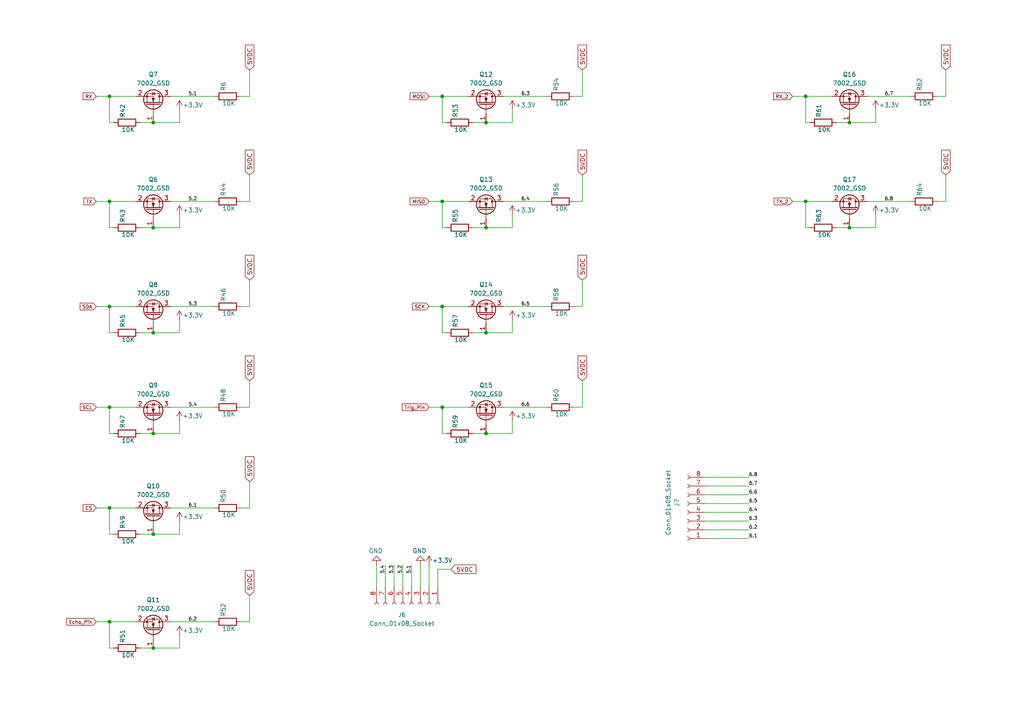
<source format=kicad_sch>
(kicad_sch (version 20250114) (generator "eeschema") (generator_version "9.0")
  (paper "A4")
  (lib_symbols
    (symbol "Connector:Conn_01x08_Socket" (pin_names (offset 1.016) (hide yes))
      (property "Reference" "J" (at 0 10.16 0))
      (property "Value" "Conn_01x08_Socket" (at 0 -12.7 0))
      (symbol "Conn_01x08_Socket_1_1"
        (polyline (pts (xy -1.27 7.62) (xy -0.508 7.62)) (stroke (width 0.1524)))
        (polyline (pts (xy -1.27 5.08) (xy -0.508 5.08)) (stroke (width 0.1524)))
        (polyline (pts (xy -1.27 2.54) (xy -0.508 2.54)) (stroke (width 0.1524)))
        (polyline (pts (xy -1.27 0) (xy -0.508 0)) (stroke (width 0.1524)))
        (polyline (pts (xy -1.27 -2.54) (xy -0.508 -2.54)) (stroke (width 0.1524)))
        (polyline (pts (xy -1.27 -5.08) (xy -0.508 -5.08)) (stroke (width 0.1524)))
        (polyline (pts (xy -1.27 -7.62) (xy -0.508 -7.62)) (stroke (width 0.1524)))
        (polyline (pts (xy -1.27 -10.16) (xy -0.508 -10.16)) (stroke (width 0.1524)))
        (arc (start 0 7.112) (mid -0.5058 7.62) (end 0 8.128) (stroke (width 0.1524)))
        (arc (start 0 4.572) (mid -0.5058 5.08) (end 0 5.588) (stroke (width 0.1524)))
        (arc (start 0 2.032) (mid -0.5058 2.54) (end 0 3.048) (stroke (width 0.1524)))
        (arc (start 0 -0.508) (mid -0.5058 0) (end 0 0.508) (stroke (width 0.1524)))
        (arc (start 0 -3.048) (mid -0.5058 -2.54) (end 0 -2.032) (stroke (width 0.1524)))
        (arc (start 0 -5.588) (mid -0.5058 -5.08) (end 0 -4.572) (stroke (width 0.1524)))
        (arc (start 0 -8.128) (mid -0.5058 -7.62) (end 0 -7.112) (stroke (width 0.1524)))
        (arc (start 0 -10.668) (mid -0.5058 -10.16) (end 0 -9.652) (stroke (width 0.1524)))
        (pin passive line (at -5.08 7.62 0) (length 3.81) (name "Pin_1") (number "1"))
        (pin passive line (at -5.08 5.08 0) (length 3.81) (name "Pin_2") (number "2"))
        (pin passive line (at -5.08 2.54 0) (length 3.81) (name "Pin_3") (number "3"))
        (pin passive line (at -5.08 0 0) (length 3.81) (name "Pin_4") (number "4"))
        (pin passive line (at -5.08 -2.54 0) (length 3.81) (name "Pin_5") (number "5"))
        (pin passive line (at -5.08 -5.08 0) (length 3.81) (name "Pin_6") (number "6"))
        (pin passive line (at -5.08 -7.62 0) (length 3.81) (name "Pin_7") (number "7"))
        (pin passive line (at -5.08 -10.16 0) (length 3.81) (name "Pin_8") (number "8"))
      )
    )
    (symbol "Device:R" (pin_numbers (hide yes)) (pin_names (offset 0))
      (property "Reference" "R" (at 2.032 0 90))
      (property "Value" "R" (at 0 0 90))
      (symbol "R_0_1"
        (rectangle (start -1.016 -2.54) (end 1.016 2.54) (stroke (width 0.254)))
      )
      (symbol "R_1_1"
        (pin passive line (at 0 3.81 270) (length 1.27) (name "~") (number "1"))
        (pin passive line (at 0 -3.81 90) (length 1.27) (name "~") (number "2"))
      )
    )
    (symbol "Transistor_FET_Other:Q_NMOS_Depletion_GSD" (pin_names (offset 0) (hide yes))
      (property "Reference" "Q" (at 5.08 1.905 0))
      (property "Value" "Q_NMOS_Depletion_GSD" (at 5.08 0 0))
      (symbol "Q_NMOS_Depletion_GSD_0_1"
        (polyline (pts (xy 0.254 1.905) (xy 0.254 -1.905)) (stroke (width 0.254)))
        (polyline (pts (xy 0.254 0) (xy -2.54 0)))
        (polyline (pts (xy 0.762 2.286) (xy 0.762 -2.286)) (stroke (width 0.254)))
        (polyline (pts (xy 0.762 -1.778) (xy 3.302 -1.778) (xy 3.302 1.778) (xy 0.762 1.778)))
        (polyline (pts (xy 1.016 0) (xy 2.032 0.381) (xy 2.032 -0.381) (xy 1.016 0)) (fill (type outline)))
        (circle (center 1.651 0) (radius 2.794) (stroke (width 0.254)))
        (polyline (pts (xy 2.54 2.54) (xy 2.54 1.778)))
        (circle (center 2.54 1.778) (radius 0.254) (fill (type outline)))
        (circle (center 2.54 -1.778) (radius 0.254) (fill (type outline)))
        (polyline (pts (xy 2.54 -2.54) (xy 2.54 0) (xy 0.762 0)))
        (polyline (pts (xy 2.794 0.508) (xy 2.921 0.381) (xy 3.683 0.381) (xy 3.81 0.254)))
        (polyline (pts (xy 3.302 0.381) (xy 2.921 -0.254) (xy 3.683 -0.254) (xy 3.302 0.381)))
      )
      (symbol "Q_NMOS_Depletion_GSD_1_1"
        (pin input line (at -5.08 0 0) (length 2.54) (name "G") (number "1"))
        (pin passive line (at 2.54 5.08 270) (length 2.54) (name "D") (number "3"))
        (pin passive line (at 2.54 -5.08 90) (length 2.54) (name "S") (number "2"))
      )
    )
    (symbol "power:+3.3V" (power) (pin_numbers (hide yes)) (pin_names (offset 0) (hide yes))
      (property "Value" "+3.3V" (at 0 3.556 0))
      (symbol "+3.3V_0_1"
        (polyline (pts (xy -0.762 1.27) (xy 0 2.54)))
        (polyline (pts (xy 0 2.54) (xy 0.762 1.27)))
        (polyline (pts (xy 0 0) (xy 0 2.54)))
      )
      (symbol "+3.3V_1_1"
        (pin power_in line (at 0 0 90) (length 0) (name "~") (number "1"))
      )
    )
    (symbol "power:GND" (power) (pin_numbers (hide yes)) (pin_names (offset 0) (hide yes))
      (property "Value" "GND" (at 0 -3.81 0))
      (symbol "GND_0_1"
        (polyline (pts (xy 0 0) (xy 0 -1.27) (xy 1.27 -1.27) (xy 0 -2.54) (xy -1.27 -1.27) (xy 0 -1.27)))
      )
      (symbol "GND_1_1"
        (pin power_in line (at 0 0 270) (length 0) (name "~") (number "1"))
      )
    )
  )
  (junction (at 44.45 66.04))
  (junction (at 44.45 35.56))
  (junction (at 44.45 125.73))
  (junction (at 140.97 125.73))
  (junction (at 246.38 35.56))
  (junction (at 31.75 88.9))
  (junction (at 233.68 58.42))
  (junction (at 31.75 180.34))
  (junction (at 128.27 88.9))
  (junction (at 44.45 154.94))
  (junction (at 246.38 66.04))
  (junction (at 44.45 96.52))
  (junction (at 44.45 187.96))
  (junction (at 128.27 118.11))
  (junction (at 140.97 66.04))
  (junction (at 128.27 27.94))
  (junction (at 31.75 58.42))
  (junction (at 140.97 96.52))
  (junction (at 31.75 118.11))
  (junction (at 140.97 35.56))
  (junction (at 233.68 27.94))
  (junction (at 128.27 58.42))
  (junction (at 31.75 27.94))
  (junction (at 31.75 147.32))
  (wire (pts (xy 33.02 125.73) (xy 31.75 125.73)))
  (wire (pts (xy 128.27 66.04) (xy 128.27 58.42)))
  (wire (pts (xy 119.38 163.83) (xy 119.38 170.18)))
  (wire (pts (xy 146.05 27.94) (xy 158.75 27.94)))
  (wire (pts (xy 40.64 187.96) (xy 44.45 187.96)))
  (wire (pts (xy 31.75 125.73) (xy 31.75 118.11)))
  (wire (pts (xy 52.07 31.75) (xy 52.07 35.56)))
  (wire (pts (xy 137.16 35.56) (xy 140.97 35.56)))
  (wire (pts (xy 128.27 118.11) (xy 135.89 118.11)))
  (wire (pts (xy 72.39 180.34) (xy 69.85 180.34)))
  (wire (pts (xy 204.47 151.13) (xy 217.17 151.13)))
  (wire (pts (xy 146.05 88.9) (xy 158.75 88.9)))
  (wire (pts (xy 251.46 58.42) (xy 264.16 58.42)))
  (wire (pts (xy 40.64 66.04) (xy 44.45 66.04)))
  (wire (pts (xy 72.39 20.32) (xy 72.39 27.94)))
  (wire (pts (xy 148.59 121.92) (xy 148.59 125.73)))
  (wire (pts (xy 233.68 58.42) (xy 241.3 58.42)))
  (wire (pts (xy 124.46 58.42) (xy 128.27 58.42)))
  (wire (pts (xy 31.75 58.42) (xy 39.37 58.42)))
  (wire (pts (xy 31.75 88.9) (xy 39.37 88.9)))
  (wire (pts (xy 52.07 154.94) (xy 44.45 154.94)))
  (wire (pts (xy 27.94 180.34) (xy 31.75 180.34)))
  (wire (pts (xy 121.92 163.83) (xy 121.92 170.18)))
  (wire (pts (xy 31.75 147.32) (xy 39.37 147.32)))
  (wire (pts (xy 146.05 118.11) (xy 158.75 118.11)))
  (wire (pts (xy 27.94 118.11) (xy 31.75 118.11)))
  (wire (pts (xy 49.53 180.34) (xy 62.23 180.34)))
  (wire (pts (xy 128.27 125.73) (xy 128.27 118.11)))
  (wire (pts (xy 129.54 125.73) (xy 128.27 125.73)))
  (wire (pts (xy 204.47 138.43) (xy 217.17 138.43)))
  (wire (pts (xy 251.46 27.94) (xy 264.16 27.94)))
  (wire (pts (xy 72.39 27.94) (xy 69.85 27.94)))
  (wire (pts (xy 31.75 66.04) (xy 31.75 58.42)))
  (wire (pts (xy 234.95 66.04) (xy 233.68 66.04)))
  (wire (pts (xy 148.59 92.71) (xy 148.59 96.52)))
  (wire (pts (xy 33.02 187.96) (xy 31.75 187.96)))
  (wire (pts (xy 204.47 148.59) (xy 217.17 148.59)))
  (wire (pts (xy 168.91 58.42) (xy 166.37 58.42)))
  (wire (pts (xy 148.59 62.23) (xy 148.59 66.04)))
  (wire (pts (xy 31.75 154.94) (xy 31.75 147.32)))
  (wire (pts (xy 27.94 58.42) (xy 31.75 58.42)))
  (wire (pts (xy 128.27 58.42) (xy 135.89 58.42)))
  (wire (pts (xy 31.75 118.11) (xy 39.37 118.11)))
  (wire (pts (xy 254 35.56) (xy 246.38 35.56)))
  (wire (pts (xy 229.87 58.42) (xy 233.68 58.42)))
  (wire (pts (xy 234.95 35.56) (xy 233.68 35.56)))
  (wire (pts (xy 229.87 27.94) (xy 233.68 27.94)))
  (wire (pts (xy 49.53 118.11) (xy 62.23 118.11)))
  (wire (pts (xy 52.07 121.92) (xy 52.07 125.73)))
  (wire (pts (xy 124.46 163.83) (xy 124.46 170.18)))
  (wire (pts (xy 27.94 147.32) (xy 31.75 147.32)))
  (wire (pts (xy 49.53 27.94) (xy 62.23 27.94)))
  (wire (pts (xy 72.39 139.7) (xy 72.39 147.32)))
  (wire (pts (xy 274.32 50.8) (xy 274.32 58.42)))
  (wire (pts (xy 168.91 110.49) (xy 168.91 118.11)))
  (wire (pts (xy 204.47 156.21) (xy 217.17 156.21)))
  (wire (pts (xy 49.53 58.42) (xy 62.23 58.42)))
  (wire (pts (xy 128.27 35.56) (xy 128.27 27.94)))
  (wire (pts (xy 116.84 163.83) (xy 116.84 170.18)))
  (wire (pts (xy 137.16 125.73) (xy 140.97 125.73)))
  (wire (pts (xy 40.64 35.56) (xy 44.45 35.56)))
  (wire (pts (xy 72.39 50.8) (xy 72.39 58.42)))
  (wire (pts (xy 31.75 35.56) (xy 31.75 27.94)))
  (wire (pts (xy 254 31.75) (xy 254 35.56)))
  (wire (pts (xy 168.91 20.32) (xy 168.91 27.94)))
  (wire (pts (xy 52.07 92.71) (xy 52.07 96.52)))
  (wire (pts (xy 27.94 88.9) (xy 31.75 88.9)))
  (wire (pts (xy 148.59 35.56) (xy 140.97 35.56)))
  (wire (pts (xy 146.05 58.42) (xy 158.75 58.42)))
  (wire (pts (xy 128.27 96.52) (xy 128.27 88.9)))
  (wire (pts (xy 204.47 143.51) (xy 217.17 143.51)))
  (wire (pts (xy 148.59 96.52) (xy 140.97 96.52)))
  (wire (pts (xy 72.39 88.9) (xy 69.85 88.9)))
  (wire (pts (xy 33.02 35.56) (xy 31.75 35.56)))
  (wire (pts (xy 40.64 125.73) (xy 44.45 125.73)))
  (wire (pts (xy 72.39 58.42) (xy 69.85 58.42)))
  (wire (pts (xy 254 62.23) (xy 254 66.04)))
  (wire (pts (xy 204.47 146.05) (xy 217.17 146.05)))
  (wire (pts (xy 72.39 118.11) (xy 69.85 118.11)))
  (wire (pts (xy 33.02 96.52) (xy 31.75 96.52)))
  (wire (pts (xy 52.07 184.15) (xy 52.07 187.96)))
  (wire (pts (xy 33.02 154.94) (xy 31.75 154.94)))
  (wire (pts (xy 168.91 50.8) (xy 168.91 58.42)))
  (wire (pts (xy 31.75 27.94) (xy 39.37 27.94)))
  (wire (pts (xy 72.39 172.72) (xy 72.39 180.34)))
  (wire (pts (xy 31.75 180.34) (xy 39.37 180.34)))
  (wire (pts (xy 40.64 96.52) (xy 44.45 96.52)))
  (wire (pts (xy 72.39 81.28) (xy 72.39 88.9)))
  (wire (pts (xy 111.76 163.83) (xy 111.76 170.18)))
  (wire (pts (xy 168.91 88.9) (xy 166.37 88.9)))
  (wire (pts (xy 148.59 31.75) (xy 148.59 35.56)))
  (wire (pts (xy 168.91 118.11) (xy 166.37 118.11)))
  (wire (pts (xy 254 66.04) (xy 246.38 66.04)))
  (wire (pts (xy 124.46 118.11) (xy 128.27 118.11)))
  (wire (pts (xy 49.53 88.9) (xy 62.23 88.9)))
  (wire (pts (xy 274.32 58.42) (xy 271.78 58.42)))
  (wire (pts (xy 124.46 27.94) (xy 128.27 27.94)))
  (wire (pts (xy 168.91 81.28) (xy 168.91 88.9)))
  (wire (pts (xy 242.57 66.04) (xy 246.38 66.04)))
  (wire (pts (xy 129.54 96.52) (xy 128.27 96.52)))
  (wire (pts (xy 31.75 96.52) (xy 31.75 88.9)))
  (wire (pts (xy 52.07 187.96) (xy 44.45 187.96)))
  (wire (pts (xy 274.32 27.94) (xy 271.78 27.94)))
  (wire (pts (xy 204.47 153.67) (xy 217.17 153.67)))
  (wire (pts (xy 72.39 147.32) (xy 69.85 147.32)))
  (wire (pts (xy 130.81 165.1) (xy 127 165.1)))
  (wire (pts (xy 124.46 88.9) (xy 128.27 88.9)))
  (wire (pts (xy 52.07 62.23) (xy 52.07 66.04)))
  (wire (pts (xy 168.91 27.94) (xy 166.37 27.94)))
  (wire (pts (xy 128.27 27.94) (xy 135.89 27.94)))
  (wire (pts (xy 52.07 96.52) (xy 44.45 96.52)))
  (wire (pts (xy 148.59 125.73) (xy 140.97 125.73)))
  (wire (pts (xy 52.07 66.04) (xy 44.45 66.04)))
  (wire (pts (xy 52.07 151.13) (xy 52.07 154.94)))
  (wire (pts (xy 127 165.1) (xy 127 170.18)))
  (wire (pts (xy 233.68 66.04) (xy 233.68 58.42)))
  (wire (pts (xy 129.54 66.04) (xy 128.27 66.04)))
  (wire (pts (xy 128.27 88.9) (xy 135.89 88.9)))
  (wire (pts (xy 233.68 27.94) (xy 241.3 27.94)))
  (wire (pts (xy 31.75 187.96) (xy 31.75 180.34)))
  (wire (pts (xy 27.94 27.94) (xy 31.75 27.94)))
  (wire (pts (xy 233.68 35.56) (xy 233.68 27.94)))
  (wire (pts (xy 148.59 66.04) (xy 140.97 66.04)))
  (wire (pts (xy 137.16 66.04) (xy 140.97 66.04)))
  (wire (pts (xy 129.54 35.56) (xy 128.27 35.56)))
  (wire (pts (xy 52.07 35.56) (xy 44.45 35.56)))
  (wire (pts (xy 274.32 20.32) (xy 274.32 27.94)))
  (wire (pts (xy 114.3 163.83) (xy 114.3 170.18)))
  (wire (pts (xy 137.16 96.52) (xy 140.97 96.52)))
  (wire (pts (xy 52.07 125.73) (xy 44.45 125.73)))
  (wire (pts (xy 40.64 154.94) (xy 44.45 154.94)))
  (wire (pts (xy 72.39 110.49) (xy 72.39 118.11)))
  (wire (pts (xy 109.22 163.83) (xy 109.22 170.18)))
  (wire (pts (xy 242.57 35.56) (xy 246.38 35.56)))
  (wire (pts (xy 33.02 66.04) (xy 31.75 66.04)))
  (wire (pts (xy 49.53 147.32) (xy 62.23 147.32)))
  (wire (pts (xy 204.47 140.97) (xy 217.17 140.97)))
  (label "6.8" (at 217.17 138.43 0) (effects (font (size 1 1))))
  (label "6.6" (at 217.17 143.51 0) (effects (font (size 1 1))))
  (label "6.1" (at 217.17 156.21 0) (effects (font (size 1 1))))
  (label "5.3" (at 54.61 88.9 0) (effects (font (size 1 1))))
  (label "6.4" (at 217.17 148.59 0) (effects (font (size 1 1))))
  (label "5.4" (at 54.61 118.11 0) (effects (font (size 1 1))))
  (label "6.4" (at 151.13 58.42 0) (effects (font (size 1 1))))
  (label "6.8" (at 256.54 58.42 0) (effects (font (size 1 1))))
  (label "6.3" (at 151.13 27.94 0) (effects (font (size 1 1))))
  (label "6.7" (at 256.54 27.94 0) (effects (font (size 1 1))))
  (label "6.2" (at 217.17 153.67 0) (effects (font (size 1 1))))
  (label "5.2" (at 116.84 163.83 270) (effects (font (size 1 1))))
  (label "5.3" (at 114.3 163.83 270) (effects (font (size 1 1))))
  (label "6.7" (at 217.17 140.97 0) (effects (font (size 1 1))))
  (label "5.4" (at 111.76 163.83 270) (effects (font (size 1 1))))
  (label "5.1" (at 119.38 163.83 270) (effects (font (size 1 1))))
  (label "6.1" (at 54.61 147.32 0) (effects (font (size 1 1))))
  (label "5.1" (at 54.61 27.94 0) (effects (font (size 1 1))))
  (label "5.2" (at 54.61 58.42 0) (effects (font (size 1 1))))
  (label "6.2" (at 54.61 180.34 0) (effects (font (size 1 1))))
  (label "6.5" (at 151.13 88.9 0) (effects (font (size 1 1))))
  (label "6.6" (at 151.13 118.11 0) (effects (font (size 1 1))))
  (label "6.3" (at 217.17 151.13 0) (effects (font (size 1 1))))
  (label "6.5" (at 217.17 146.05 0) (effects (font (size 1 1))))
  (global_label "TX" (shape input) (at 27.94 58.42 180) (effects (font (size 1 1))) (property "Intersheetrefs" "${INTERSHEET_REFS}" (effects (hide yes))))
  (global_label "5VDC" (shape input) (at 168.91 110.49 90) (property "Intersheetrefs" "${INTERSHEET_REFS}" (effects (hide yes))))
  (global_label "SDA" (shape input) (at 27.94 88.9 180) (effects (font (size 1 1))) (property "Intersheetrefs" "${INTERSHEET_REFS}" (effects (hide yes))))
  (global_label "Trig_Pin" (shape input) (at 124.46 118.11 180) (effects (font (size 1 1))) (property "Intersheetrefs" "${INTERSHEET_REFS}" (effects (hide yes))))
  (global_label "5VDC" (shape input) (at 72.39 139.7 90) (property "Intersheetrefs" "${INTERSHEET_REFS}" (effects (hide yes))))
  (global_label "TX_2" (shape input) (at 229.87 58.42 180) (effects (font (size 1 1))) (property "Intersheetrefs" "${INTERSHEET_REFS}" (effects (hide yes))))
  (global_label "5VDC" (shape input) (at 130.81 165.1 0) (property "Intersheetrefs" "${INTERSHEET_REFS}" (effects (hide yes))))
  (global_label "Echo_Pin" (shape input) (at 27.94 180.34 180) (effects (font (size 1 1))) (property "Intersheetrefs" "${INTERSHEET_REFS}" (effects (hide yes))))
  (global_label "MISO" (shape input) (at 124.46 58.42 180) (effects (font (size 1 1))) (property "Intersheetrefs" "${INTERSHEET_REFS}" (effects (hide yes))))
  (global_label "5VDC" (shape input) (at 72.39 172.72 90) (property "Intersheetrefs" "${INTERSHEET_REFS}" (effects (hide yes))))
  (global_label "5VDC" (shape input) (at 168.91 20.32 90) (property "Intersheetrefs" "${INTERSHEET_REFS}" (effects (hide yes))))
  (global_label "RX" (shape input) (at 27.94 27.94 180) (effects (font (size 1 1))) (property "Intersheetrefs" "${INTERSHEET_REFS}" (effects (hide yes))))
  (global_label "CS" (shape input) (at 27.94 147.32 180) (effects (font (size 1 1))) (property "Intersheetrefs" "${INTERSHEET_REFS}" (effects (hide yes))))
  (global_label "5VDC" (shape input) (at 274.32 50.8 90) (property "Intersheetrefs" "${INTERSHEET_REFS}" (effects (hide yes))))
  (global_label "5VDC" (shape input) (at 168.91 50.8 90) (property "Intersheetrefs" "${INTERSHEET_REFS}" (effects (hide yes))))
  (global_label "5VDC" (shape input) (at 72.39 110.49 90) (property "Intersheetrefs" "${INTERSHEET_REFS}" (effects (hide yes))))
  (global_label "5VDC" (shape input) (at 72.39 81.28 90) (property "Intersheetrefs" "${INTERSHEET_REFS}" (effects (hide yes))))
  (global_label "RX_2" (shape input) (at 229.87 27.94 180) (effects (font (size 1 1))) (property "Intersheetrefs" "${INTERSHEET_REFS}" (effects (hide yes))))
  (global_label "5VDC" (shape input) (at 168.91 81.28 90) (property "Intersheetrefs" "${INTERSHEET_REFS}" (effects (hide yes))))
  (global_label "SCK" (shape input) (at 124.46 88.9 180) (effects (font (size 1 1))) (property "Intersheetrefs" "${INTERSHEET_REFS}" (effects (hide yes))))
  (global_label "SCL" (shape input) (at 27.94 118.11 180) (effects (font (size 1 1))) (property "Intersheetrefs" "${INTERSHEET_REFS}" (effects (hide yes))))
  (global_label "5VDC" (shape input) (at 72.39 20.32 90) (property "Intersheetrefs" "${INTERSHEET_REFS}" (effects (hide yes))))
  (global_label "5VDC" (shape input) (at 72.39 50.8 90) (property "Intersheetrefs" "${INTERSHEET_REFS}" (effects (hide yes))))
  (global_label "5VDC" (shape input) (at 274.32 20.32 90) (property "Intersheetrefs" "${INTERSHEET_REFS}" (effects (hide yes))))
  (global_label "MOSI" (shape input) (at 124.46 27.94 180) (effects (font (size 1 1))) (property "Intersheetrefs" "${INTERSHEET_REFS}" (effects (hide yes))))
  (symbol (lib_id "Device:R") (at 66.04 88.9 90) (unit 1)
    (property "Reference" "R46" (at 64.77 87.376 0) (effects (justify left)))
    (property "Value" "10K" (at 68.326 90.932 90) (effects (justify left)))
    (property "Footprint" "Resistor_SMD:R_0603_1608Metric_Pad0.98x0.95mm_HandSolder" (effects (hide yes)))
    (property "Description" "Resistor" (effects (hide yes)))
  )
  (symbol (lib_id "power:+3.3V") (at 52.07 62.23 0) (unit 1)
    (property "Reference" "#PWR013" (effects (hide yes)))
    (property "Value" "+3.3V" (at 55.88 60.96 0))
    (property "Description" "Power symbol creates a global label with name \"+3.3V\"" (effects (hide yes)))
  )
  (symbol (lib_id "Device:R") (at 66.04 147.32 90) (unit 1)
    (property "Reference" "R50" (at 64.77 145.796 0) (effects (justify left)))
    (property "Value" "10K" (at 68.326 149.352 90) (effects (justify left)))
    (property "Footprint" "Resistor_SMD:R_0603_1608Metric_Pad0.98x0.95mm_HandSolder" (effects (hide yes)))
    (property "Description" "Resistor" (effects (hide yes)))
  )
  (symbol (lib_id "power:GND") (at 121.92 163.83 180) (unit 1)
    (property "Reference" "#PWR050" (effects (hide yes)))
    (property "Value" "GND" (at 121.666 159.766 0))
    (property "Description" "Power symbol creates a global label with name \"GND\" , ground" (effects (hide yes)))
  )
  (symbol (lib_id "Transistor_FET_Other:Q_NMOS_Depletion_GSD") (at 44.45 30.48 270) (mirror x) (unit 1)
    (property "Reference" "Q7" (at 44.45 21.59 90))
    (property "Value" "7002_GSD" (at 44.45 24.13 90))
    (property "Footprint" "Package_TO_SOT_SMD:SOT-23" (effects (hide yes)))
    (property "Description" "Depletion-mode N-channel MOSFET gate/source/drain" (effects (hide yes)))
  )
  (symbol (lib_id "Transistor_FET_Other:Q_NMOS_Depletion_GSD") (at 140.97 60.96 270) (mirror x) (unit 1)
    (property "Reference" "Q13" (at 140.97 52.07 90))
    (property "Value" "7002_GSD" (at 140.97 54.61 90))
    (property "Footprint" "Package_TO_SOT_SMD:SOT-23" (effects (hide yes)))
    (property "Description" "Depletion-mode N-channel MOSFET gate/source/drain" (effects (hide yes)))
  )
  (symbol (lib_id "power:+3.3V") (at 148.59 92.71 0) (unit 1)
    (property "Reference" "#PWR045" (effects (hide yes)))
    (property "Value" "+3.3V" (at 152.4 91.44 0))
    (property "Description" "Power symbol creates a global label with name \"+3.3V\"" (effects (hide yes)))
  )
  (symbol (lib_id "Device:R") (at 133.35 125.73 90) (unit 1)
    (property "Reference" "R59" (at 132.08 124.206 0) (effects (justify left)))
    (property "Value" "10K" (at 135.636 127.762 90) (effects (justify left)))
    (property "Footprint" "Resistor_SMD:R_0603_1608Metric_Pad0.98x0.95mm_HandSolder" (effects (hide yes)))
    (property "Description" "Resistor" (effects (hide yes)))
  )
  (symbol (lib_id "Transistor_FET_Other:Q_NMOS_Depletion_GSD") (at 44.45 91.44 270) (mirror x) (unit 1)
    (property "Reference" "Q8" (at 44.45 82.55 90))
    (property "Value" "7002_GSD" (at 44.45 85.09 90))
    (property "Footprint" "Package_TO_SOT_SMD:SOT-23" (effects (hide yes)))
    (property "Description" "Depletion-mode N-channel MOSFET gate/source/drain" (effects (hide yes)))
  )
  (symbol (lib_id "power:+3.3V") (at 52.07 151.13 0) (unit 1)
    (property "Reference" "#PWR041" (effects (hide yes)))
    (property "Value" "+3.3V" (at 55.88 149.86 0))
    (property "Description" "Power symbol creates a global label with name \"+3.3V\"" (effects (hide yes)))
  )
  (symbol (lib_id "power:+3.3V") (at 52.07 31.75 0) (unit 1)
    (property "Reference" "#PWR012" (effects (hide yes)))
    (property "Value" "+3.3V" (at 55.88 30.48 0))
    (property "Description" "Power symbol creates a global label with name \"+3.3V\"" (effects (hide yes)))
  )
  (symbol (lib_id "Connector:Conn_01x08_Socket") (at 119.38 175.26 270) (unit 1)
    (property "Reference" "J6" (at 116.586 178.308 90))
    (property "Value" "Conn_01x08_Socket" (at 116.586 180.848 90))
    (property "Footprint" "Connector_PinHeader_2.54mm:PinHeader_1x08_P2.54mm_Vertical" (effects (hide yes)))
    (property "Description" "Generic connector, single row, 01x08, script generated" (effects (hide yes)))
  )
  (symbol (lib_id "Transistor_FET_Other:Q_NMOS_Depletion_GSD") (at 246.38 60.96 270) (mirror x) (unit 1)
    (property "Reference" "Q17" (at 246.38 52.07 90))
    (property "Value" "7002_GSD" (at 246.38 54.61 90))
    (property "Footprint" "Package_TO_SOT_SMD:SOT-23" (effects (hide yes)))
    (property "Description" "Depletion-mode N-channel MOSFET gate/source/drain" (effects (hide yes)))
  )
  (symbol (lib_id "Device:R") (at 66.04 27.94 90) (unit 1)
    (property "Reference" "R6" (at 64.77 26.416 0) (effects (justify left)))
    (property "Value" "10K" (at 68.326 29.972 90) (effects (justify left)))
    (property "Footprint" "Resistor_SMD:R_0603_1608Metric_Pad0.98x0.95mm_HandSolder" (effects (hide yes)))
    (property "Description" "Resistor" (effects (hide yes)))
  )
  (symbol (lib_id "Device:R") (at 238.76 35.56 90) (unit 1)
    (property "Reference" "R61" (at 237.49 34.036 0) (effects (justify left)))
    (property "Value" "10K" (at 241.046 37.592 90) (effects (justify left)))
    (property "Footprint" "Resistor_SMD:R_0603_1608Metric_Pad0.98x0.95mm_HandSolder" (effects (hide yes)))
    (property "Description" "Resistor" (effects (hide yes)))
  )
  (symbol (lib_id "Connector:Conn_01x08_Socket") (at 199.39 148.59 180) (unit 1)
    (property "Reference" "J7" (at 196.342 145.796 90))
    (property "Value" "Conn_01x08_Socket" (at 193.802 145.796 90))
    (property "Footprint" "Connector_PinHeader_2.54mm:PinHeader_1x08_P2.54mm_Vertical" (effects (hide yes)))
    (property "Description" "Generic connector, single row, 01x08, script generated" (effects (hide yes)))
  )
  (symbol (lib_id "Transistor_FET_Other:Q_NMOS_Depletion_GSD") (at 44.45 149.86 270) (mirror x) (unit 1)
    (property "Reference" "Q10" (at 44.45 140.97 90))
    (property "Value" "7002_GSD" (at 44.45 143.51 90))
    (property "Footprint" "Package_TO_SOT_SMD:SOT-23" (effects (hide yes)))
    (property "Description" "Depletion-mode N-channel MOSFET gate/source/drain" (effects (hide yes)))
  )
  (symbol (lib_id "Device:R") (at 36.83 66.04 90) (unit 1)
    (property "Reference" "R43" (at 35.56 64.516 0) (effects (justify left)))
    (property "Value" "10K" (at 39.116 68.072 90) (effects (justify left)))
    (property "Footprint" "Resistor_SMD:R_0603_1608Metric_Pad0.98x0.95mm_HandSolder" (effects (hide yes)))
    (property "Description" "Resistor" (effects (hide yes)))
  )
  (symbol (lib_id "power:+3.3V") (at 124.46 163.83 0) (unit 1)
    (property "Reference" "#PWR049" (effects (hide yes)))
    (property "Value" "+3.3V" (at 128.27 162.56 0))
    (property "Description" "Power symbol creates a global label with name \"+3.3V\"" (effects (hide yes)))
  )
  (symbol (lib_id "Transistor_FET_Other:Q_NMOS_Depletion_GSD") (at 44.45 120.65 270) (mirror x) (unit 1)
    (property "Reference" "Q9" (at 44.45 111.76 90))
    (property "Value" "7002_GSD" (at 44.45 114.3 90))
    (property "Footprint" "Package_TO_SOT_SMD:SOT-23" (effects (hide yes)))
    (property "Description" "Depletion-mode N-channel MOSFET gate/source/drain" (effects (hide yes)))
  )
  (symbol (lib_id "power:+3.3V") (at 254 62.23 0) (unit 1)
    (property "Reference" "#PWR048" (effects (hide yes)))
    (property "Value" "+3.3V" (at 257.81 60.96 0))
    (property "Description" "Power symbol creates a global label with name \"+3.3V\"" (effects (hide yes)))
  )
  (symbol (lib_id "Transistor_FET_Other:Q_NMOS_Depletion_GSD") (at 44.45 60.96 270) (mirror x) (unit 1)
    (property "Reference" "Q6" (at 44.45 52.07 90))
    (property "Value" "7002_GSD" (at 44.45 54.61 90))
    (property "Footprint" "Package_TO_SOT_SMD:SOT-23" (effects (hide yes)))
    (property "Description" "Depletion-mode N-channel MOSFET gate/source/drain" (effects (hide yes)))
  )
  (symbol (lib_id "Device:R") (at 267.97 27.94 90) (unit 1)
    (property "Reference" "R62" (at 266.7 26.416 0) (effects (justify left)))
    (property "Value" "10K" (at 270.256 29.972 90) (effects (justify left)))
    (property "Footprint" "Resistor_SMD:R_0603_1608Metric_Pad0.98x0.95mm_HandSolder" (effects (hide yes)))
    (property "Description" "Resistor" (effects (hide yes)))
  )
  (symbol (lib_id "power:+3.3V") (at 254 31.75 0) (unit 1)
    (property "Reference" "#PWR047" (effects (hide yes)))
    (property "Value" "+3.3V" (at 257.81 30.48 0))
    (property "Description" "Power symbol creates a global label with name \"+3.3V\"" (effects (hide yes)))
  )
  (symbol (lib_id "Device:R") (at 162.56 58.42 90) (unit 1)
    (property "Reference" "R56" (at 161.29 56.896 0) (effects (justify left)))
    (property "Value" "10K" (at 164.846 60.452 90) (effects (justify left)))
    (property "Footprint" "Resistor_SMD:R_0603_1608Metric_Pad0.98x0.95mm_HandSolder" (effects (hide yes)))
    (property "Description" "Resistor" (effects (hide yes)))
  )
  (symbol (lib_id "power:GND") (at 109.22 163.83 180) (unit 1)
    (property "Reference" "#PWR051" (effects (hide yes)))
    (property "Value" "GND" (at 108.966 159.766 0))
    (property "Description" "Power symbol creates a global label with name \"GND\" , ground" (effects (hide yes)))
  )
  (symbol (lib_id "Transistor_FET_Other:Q_NMOS_Depletion_GSD") (at 44.45 182.88 270) (mirror x) (unit 1)
    (property "Reference" "Q11" (at 44.45 173.99 90))
    (property "Value" "7002_GSD" (at 44.45 176.53 90))
    (property "Footprint" "Package_TO_SOT_SMD:SOT-23" (effects (hide yes)))
    (property "Description" "Depletion-mode N-channel MOSFET gate/source/drain" (effects (hide yes)))
  )
  (symbol (lib_id "Device:R") (at 36.83 35.56 90) (unit 1)
    (property "Reference" "R42" (at 35.56 34.036 0) (effects (justify left)))
    (property "Value" "10K" (at 39.116 37.592 90) (effects (justify left)))
    (property "Footprint" "Resistor_SMD:R_0603_1608Metric_Pad0.98x0.95mm_HandSolder" (effects (hide yes)))
    (property "Description" "Resistor" (effects (hide yes)))
  )
  (symbol (lib_id "Device:R") (at 36.83 187.96 90) (unit 1)
    (property "Reference" "R51" (at 35.56 186.436 0) (effects (justify left)))
    (property "Value" "10K" (at 39.116 189.992 90) (effects (justify left)))
    (property "Footprint" "Resistor_SMD:R_0603_1608Metric_Pad0.98x0.95mm_HandSolder" (effects (hide yes)))
    (property "Description" "Resistor" (effects (hide yes)))
  )
  (symbol (lib_id "Device:R") (at 133.35 66.04 90) (unit 1)
    (property "Reference" "R55" (at 132.08 64.516 0) (effects (justify left)))
    (property "Value" "10K" (at 135.636 68.072 90) (effects (justify left)))
    (property "Footprint" "Resistor_SMD:R_0603_1608Metric_Pad0.98x0.95mm_HandSolder" (effects (hide yes)))
    (property "Description" "Resistor" (effects (hide yes)))
  )
  (symbol (lib_id "Device:R") (at 162.56 118.11 90) (unit 1)
    (property "Reference" "R60" (at 161.29 116.586 0) (effects (justify left)))
    (property "Value" "10K" (at 164.846 120.142 90) (effects (justify left)))
    (property "Footprint" "Resistor_SMD:R_0603_1608Metric_Pad0.98x0.95mm_HandSolder" (effects (hide yes)))
    (property "Description" "Resistor" (effects (hide yes)))
  )
  (symbol (lib_id "Device:R") (at 267.97 58.42 90) (unit 1)
    (property "Reference" "R64" (at 266.7 56.896 0) (effects (justify left)))
    (property "Value" "10K" (at 270.256 60.452 90) (effects (justify left)))
    (property "Footprint" "Resistor_SMD:R_0603_1608Metric_Pad0.98x0.95mm_HandSolder" (effects (hide yes)))
    (property "Description" "Resistor" (effects (hide yes)))
  )
  (symbol (lib_id "Device:R") (at 238.76 66.04 90) (unit 1)
    (property "Reference" "R63" (at 237.49 64.516 0) (effects (justify left)))
    (property "Value" "10K" (at 241.046 68.072 90) (effects (justify left)))
    (property "Footprint" "Resistor_SMD:R_0603_1608Metric_Pad0.98x0.95mm_HandSolder" (effects (hide yes)))
    (property "Description" "Resistor" (effects (hide yes)))
  )
  (symbol (lib_id "Device:R") (at 36.83 96.52 90) (unit 1)
    (property "Reference" "R45" (at 35.56 94.996 0) (effects (justify left)))
    (property "Value" "10K" (at 39.116 98.552 90) (effects (justify left)))
    (property "Footprint" "Resistor_SMD:R_0603_1608Metric_Pad0.98x0.95mm_HandSolder" (effects (hide yes)))
    (property "Description" "Resistor" (effects (hide yes)))
  )
  (symbol (lib_id "power:+3.3V") (at 148.59 62.23 0) (unit 1)
    (property "Reference" "#PWR044" (effects (hide yes)))
    (property "Value" "+3.3V" (at 152.4 60.96 0))
    (property "Description" "Power symbol creates a global label with name \"+3.3V\"" (effects (hide yes)))
  )
  (symbol (lib_id "Transistor_FET_Other:Q_NMOS_Depletion_GSD") (at 140.97 91.44 270) (mirror x) (unit 1)
    (property "Reference" "Q14" (at 140.97 82.55 90))
    (property "Value" "7002_GSD" (at 140.97 85.09 90))
    (property "Footprint" "Package_TO_SOT_SMD:SOT-23" (effects (hide yes)))
    (property "Description" "Depletion-mode N-channel MOSFET gate/source/drain" (effects (hide yes)))
  )
  (symbol (lib_id "power:+3.3V") (at 52.07 184.15 0) (unit 1)
    (property "Reference" "#PWR042" (effects (hide yes)))
    (property "Value" "+3.3V" (at 55.88 182.88 0))
    (property "Description" "Power symbol creates a global label with name \"+3.3V\"" (effects (hide yes)))
  )
  (symbol (lib_id "power:+3.3V") (at 148.59 121.92 0) (unit 1)
    (property "Reference" "#PWR046" (effects (hide yes)))
    (property "Value" "+3.3V" (at 152.4 120.65 0))
    (property "Description" "Power symbol creates a global label with name \"+3.3V\"" (effects (hide yes)))
  )
  (symbol (lib_id "Device:R") (at 36.83 154.94 90) (unit 1)
    (property "Reference" "R49" (at 35.56 153.416 0) (effects (justify left)))
    (property "Value" "10K" (at 39.116 156.972 90) (effects (justify left)))
    (property "Footprint" "Resistor_SMD:R_0603_1608Metric_Pad0.98x0.95mm_HandSolder" (effects (hide yes)))
    (property "Description" "Resistor" (effects (hide yes)))
  )
  (symbol (lib_id "Transistor_FET_Other:Q_NMOS_Depletion_GSD") (at 140.97 120.65 270) (mirror x) (unit 1)
    (property "Reference" "Q15" (at 140.97 111.76 90))
    (property "Value" "7002_GSD" (at 140.97 114.3 90))
    (property "Footprint" "Package_TO_SOT_SMD:SOT-23" (effects (hide yes)))
    (property "Description" "Depletion-mode N-channel MOSFET gate/source/drain" (effects (hide yes)))
  )
  (symbol (lib_id "Device:R") (at 66.04 118.11 90) (unit 1)
    (property "Reference" "R48" (at 64.77 116.586 0) (effects (justify left)))
    (property "Value" "10K" (at 68.326 120.142 90) (effects (justify left)))
    (property "Footprint" "Resistor_SMD:R_0603_1608Metric_Pad0.98x0.95mm_HandSolder" (effects (hide yes)))
    (property "Description" "Resistor" (effects (hide yes)))
  )
  (symbol (lib_id "Device:R") (at 36.83 125.73 90) (unit 1)
    (property "Reference" "R47" (at 35.56 124.206 0) (effects (justify left)))
    (property "Value" "10K" (at 39.116 127.762 90) (effects (justify left)))
    (property "Footprint" "Resistor_SMD:R_0603_1608Metric_Pad0.98x0.95mm_HandSolder" (effects (hide yes)))
    (property "Description" "Resistor" (effects (hide yes)))
  )
  (symbol (lib_id "Device:R") (at 162.56 27.94 90) (unit 1)
    (property "Reference" "R54" (at 161.29 26.416 0) (effects (justify left)))
    (property "Value" "10K" (at 164.846 29.972 90) (effects (justify left)))
    (property "Footprint" "Resistor_SMD:R_0603_1608Metric_Pad0.98x0.95mm_HandSolder" (effects (hide yes)))
    (property "Description" "Resistor" (effects (hide yes)))
  )
  (symbol (lib_id "power:+3.3V") (at 52.07 92.71 0) (unit 1)
    (property "Reference" "#PWR039" (effects (hide yes)))
    (property "Value" "+3.3V" (at 55.88 91.44 0))
    (property "Description" "Power symbol creates a global label with name \"+3.3V\"" (effects (hide yes)))
  )
  (symbol (lib_id "Device:R") (at 162.56 88.9 90) (unit 1)
    (property "Reference" "R58" (at 161.29 87.376 0) (effects (justify left)))
    (property "Value" "10K" (at 164.846 90.932 90) (effects (justify left)))
    (property "Footprint" "Resistor_SMD:R_0603_1608Metric_Pad0.98x0.95mm_HandSolder" (effects (hide yes)))
    (property "Description" "Resistor" (effects (hide yes)))
  )
  (symbol (lib_id "Device:R") (at 66.04 58.42 90) (unit 1)
    (property "Reference" "R44" (at 64.77 56.896 0) (effects (justify left)))
    (property "Value" "10K" (at 68.326 60.452 90) (effects (justify left)))
    (property "Footprint" "Resistor_SMD:R_0603_1608Metric_Pad0.98x0.95mm_HandSolder" (effects (hide yes)))
    (property "Description" "Resistor" (effects (hide yes)))
  )
  (symbol (lib_id "Transistor_FET_Other:Q_NMOS_Depletion_GSD") (at 246.38 30.48 270) (mirror x) (unit 1)
    (property "Reference" "Q16" (at 246.38 21.59 90))
    (property "Value" "7002_GSD" (at 246.38 24.13 90))
    (property "Footprint" "Package_TO_SOT_SMD:SOT-23" (effects (hide yes)))
    (property "Description" "Depletion-mode N-channel MOSFET gate/source/drain" (effects (hide yes)))
  )
  (symbol (lib_id "Device:R") (at 133.35 35.56 90) (unit 1)
    (property "Reference" "R53" (at 132.08 34.036 0) (effects (justify left)))
    (property "Value" "10K" (at 135.636 37.592 90) (effects (justify left)))
    (property "Footprint" "Resistor_SMD:R_0603_1608Metric_Pad0.98x0.95mm_HandSolder" (effects (hide yes)))
    (property "Description" "Resistor" (effects (hide yes)))
  )
  (symbol (lib_id "Device:R") (at 66.04 180.34 90) (unit 1)
    (property "Reference" "R52" (at 64.77 178.816 0) (effects (justify left)))
    (property "Value" "10K" (at 68.326 182.372 90) (effects (justify left)))
    (property "Footprint" "Resistor_SMD:R_0603_1608Metric_Pad0.98x0.95mm_HandSolder" (effects (hide yes)))
    (property "Description" "Resistor" (effects (hide yes)))
  )
  (symbol (lib_id "power:+3.3V") (at 52.07 121.92 0) (unit 1)
    (property "Reference" "#PWR040" (effects (hide yes)))
    (property "Value" "+3.3V" (at 55.88 120.65 0))
    (property "Description" "Power symbol creates a global label with name \"+3.3V\"" (effects (hide yes)))
  )
  (symbol (lib_id "Device:R") (at 133.35 96.52 90) (unit 1)
    (property "Reference" "R57" (at 132.08 94.996 0) (effects (justify left)))
    (property "Value" "10K" (at 135.636 98.552 90) (effects (justify left)))
    (property "Footprint" "Resistor_SMD:R_0603_1608Metric_Pad0.98x0.95mm_HandSolder" (effects (hide yes)))
    (property "Description" "Resistor" (effects (hide yes)))
  )
  (symbol (lib_id "Transistor_FET_Other:Q_NMOS_Depletion_GSD") (at 140.97 30.48 270) (mirror x) (unit 1)
    (property "Reference" "Q12" (at 140.97 21.59 90))
    (property "Value" "7002_GSD" (at 140.97 24.13 90))
    (property "Footprint" "Package_TO_SOT_SMD:SOT-23" (effects (hide yes)))
    (property "Description" "Depletion-mode N-channel MOSFET gate/source/drain" (effects (hide yes)))
  )
  (symbol (lib_id "power:+3.3V") (at 148.59 31.75 0) (unit 1)
    (property "Reference" "#PWR043" (effects (hide yes)))
    (property "Value" "+3.3V" (at 152.4 30.48 0))
    (property "Description" "Power symbol creates a global label with name \"+3.3V\"" (effects (hide yes)))
  )
)
</source>
